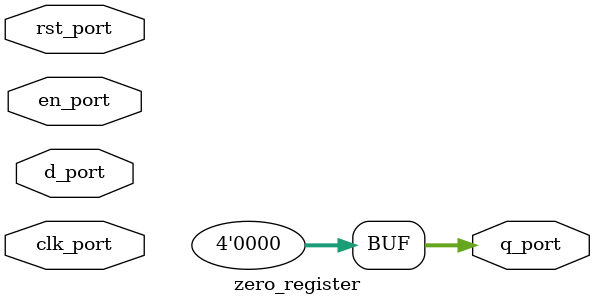
<source format=v>
`ifndef ZERO_REG_V
`define ZERO_REG_V

module zero_register(
    d_port,     //n-bit input port
    q_port,     //n-bit output port
    en_port,    //one-bit port, it enables writting op
    rst_port,   //Hard reset signal
    clk_port    //one-bit clk signal
);

  parameter n = 4;
  input wire[n-1:0] d_port;
  input wire en_port, clk_port, rst_port;
  output wire[n-1:0] q_port;

  assign q_port = 'b0;

endmodule


`endif
</source>
